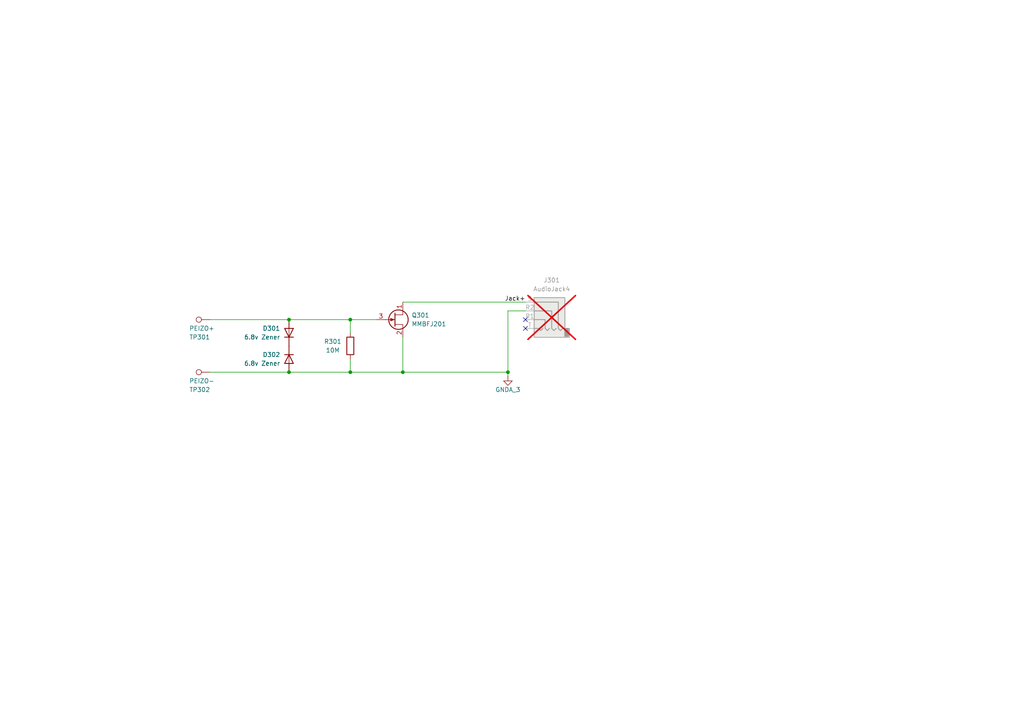
<source format=kicad_sch>
(kicad_sch
	(version 20231120)
	(generator "eeschema")
	(generator_version "8.0")
	(uuid "87f83422-699c-4eb8-a568-15ed15f011e4")
	(paper "A4")
	(title_block
		(title "Hydrophone")
		(date "2025-02-14")
		(rev "1")
		(company "Remus Harris")
	)
	(lib_symbols
		(symbol "Connector:TestPoint"
			(pin_numbers hide)
			(pin_names
				(offset 0.762) hide)
			(exclude_from_sim no)
			(in_bom yes)
			(on_board yes)
			(property "Reference" "TP"
				(at 0 6.858 0)
				(effects
					(font
						(size 1.27 1.27)
					)
				)
			)
			(property "Value" "TestPoint"
				(at 0 5.08 0)
				(effects
					(font
						(size 1.27 1.27)
					)
				)
			)
			(property "Footprint" ""
				(at 5.08 0 0)
				(effects
					(font
						(size 1.27 1.27)
					)
					(hide yes)
				)
			)
			(property "Datasheet" "~"
				(at 5.08 0 0)
				(effects
					(font
						(size 1.27 1.27)
					)
					(hide yes)
				)
			)
			(property "Description" "test point"
				(at 0 0 0)
				(effects
					(font
						(size 1.27 1.27)
					)
					(hide yes)
				)
			)
			(property "ki_keywords" "test point tp"
				(at 0 0 0)
				(effects
					(font
						(size 1.27 1.27)
					)
					(hide yes)
				)
			)
			(property "ki_fp_filters" "Pin* Test*"
				(at 0 0 0)
				(effects
					(font
						(size 1.27 1.27)
					)
					(hide yes)
				)
			)
			(symbol "TestPoint_0_1"
				(circle
					(center 0 3.302)
					(radius 0.762)
					(stroke
						(width 0)
						(type default)
					)
					(fill
						(type none)
					)
				)
			)
			(symbol "TestPoint_1_1"
				(pin passive line
					(at 0 0 90)
					(length 2.54)
					(name "1"
						(effects
							(font
								(size 1.27 1.27)
							)
						)
					)
					(number "1"
						(effects
							(font
								(size 1.27 1.27)
							)
						)
					)
				)
			)
		)
		(symbol "Connector_Audio:AudioJack4"
			(exclude_from_sim no)
			(in_bom yes)
			(on_board yes)
			(property "Reference" "J"
				(at 0 8.89 0)
				(effects
					(font
						(size 1.27 1.27)
					)
				)
			)
			(property "Value" "AudioJack4"
				(at 0 6.35 0)
				(effects
					(font
						(size 1.27 1.27)
					)
				)
			)
			(property "Footprint" ""
				(at 0 0 0)
				(effects
					(font
						(size 1.27 1.27)
					)
					(hide yes)
				)
			)
			(property "Datasheet" "~"
				(at 0 0 0)
				(effects
					(font
						(size 1.27 1.27)
					)
					(hide yes)
				)
			)
			(property "Description" "Audio Jack, 4 Poles (TRRS)"
				(at 0 0 0)
				(effects
					(font
						(size 1.27 1.27)
					)
					(hide yes)
				)
			)
			(property "ki_keywords" "audio jack receptacle stereo headphones TRRS connector"
				(at 0 0 0)
				(effects
					(font
						(size 1.27 1.27)
					)
					(hide yes)
				)
			)
			(property "ki_fp_filters" "Jack*"
				(at 0 0 0)
				(effects
					(font
						(size 1.27 1.27)
					)
					(hide yes)
				)
			)
			(symbol "AudioJack4_0_1"
				(rectangle
					(start -6.35 -5.08)
					(end -7.62 -7.62)
					(stroke
						(width 0.254)
						(type default)
					)
					(fill
						(type outline)
					)
				)
				(polyline
					(pts
						(xy 0 -5.08) (xy 0.635 -5.715) (xy 1.27 -5.08) (xy 2.54 -5.08)
					)
					(stroke
						(width 0.254)
						(type default)
					)
					(fill
						(type none)
					)
				)
				(polyline
					(pts
						(xy -5.715 -5.08) (xy -5.08 -5.715) (xy -4.445 -5.08) (xy -4.445 2.54) (xy 2.54 2.54)
					)
					(stroke
						(width 0.254)
						(type default)
					)
					(fill
						(type none)
					)
				)
				(polyline
					(pts
						(xy -1.905 -5.08) (xy -1.27 -5.715) (xy -0.635 -5.08) (xy -0.635 -2.54) (xy 2.54 -2.54)
					)
					(stroke
						(width 0.254)
						(type default)
					)
					(fill
						(type none)
					)
				)
				(polyline
					(pts
						(xy 2.54 0) (xy -2.54 0) (xy -2.54 -5.08) (xy -3.175 -5.715) (xy -3.81 -5.08)
					)
					(stroke
						(width 0.254)
						(type default)
					)
					(fill
						(type none)
					)
				)
				(rectangle
					(start 2.54 3.81)
					(end -6.35 -7.62)
					(stroke
						(width 0.254)
						(type default)
					)
					(fill
						(type background)
					)
				)
			)
			(symbol "AudioJack4_1_1"
				(pin passive line
					(at 5.08 -2.54 180)
					(length 2.54)
					(name "~"
						(effects
							(font
								(size 1.27 1.27)
							)
						)
					)
					(number "R1"
						(effects
							(font
								(size 1.27 1.27)
							)
						)
					)
				)
				(pin passive line
					(at 5.08 0 180)
					(length 2.54)
					(name "~"
						(effects
							(font
								(size 1.27 1.27)
							)
						)
					)
					(number "R2"
						(effects
							(font
								(size 1.27 1.27)
							)
						)
					)
				)
				(pin passive line
					(at 5.08 2.54 180)
					(length 2.54)
					(name "~"
						(effects
							(font
								(size 1.27 1.27)
							)
						)
					)
					(number "S"
						(effects
							(font
								(size 1.27 1.27)
							)
						)
					)
				)
				(pin passive line
					(at 5.08 -5.08 180)
					(length 2.54)
					(name "~"
						(effects
							(font
								(size 1.27 1.27)
							)
						)
					)
					(number "T"
						(effects
							(font
								(size 1.27 1.27)
							)
						)
					)
				)
			)
		)
		(symbol "Device:D"
			(pin_numbers hide)
			(pin_names
				(offset 1.016) hide)
			(exclude_from_sim no)
			(in_bom yes)
			(on_board yes)
			(property "Reference" "D"
				(at 0 2.54 0)
				(effects
					(font
						(size 1.27 1.27)
					)
				)
			)
			(property "Value" "D"
				(at 0 -2.54 0)
				(effects
					(font
						(size 1.27 1.27)
					)
				)
			)
			(property "Footprint" ""
				(at 0 0 0)
				(effects
					(font
						(size 1.27 1.27)
					)
					(hide yes)
				)
			)
			(property "Datasheet" "~"
				(at 0 0 0)
				(effects
					(font
						(size 1.27 1.27)
					)
					(hide yes)
				)
			)
			(property "Description" "Diode"
				(at 0 0 0)
				(effects
					(font
						(size 1.27 1.27)
					)
					(hide yes)
				)
			)
			(property "Sim.Device" "D"
				(at 0 0 0)
				(effects
					(font
						(size 1.27 1.27)
					)
					(hide yes)
				)
			)
			(property "Sim.Pins" "1=K 2=A"
				(at 0 0 0)
				(effects
					(font
						(size 1.27 1.27)
					)
					(hide yes)
				)
			)
			(property "ki_keywords" "diode"
				(at 0 0 0)
				(effects
					(font
						(size 1.27 1.27)
					)
					(hide yes)
				)
			)
			(property "ki_fp_filters" "TO-???* *_Diode_* *SingleDiode* D_*"
				(at 0 0 0)
				(effects
					(font
						(size 1.27 1.27)
					)
					(hide yes)
				)
			)
			(symbol "D_0_1"
				(polyline
					(pts
						(xy -1.27 1.27) (xy -1.27 -1.27)
					)
					(stroke
						(width 0.254)
						(type default)
					)
					(fill
						(type none)
					)
				)
				(polyline
					(pts
						(xy 1.27 0) (xy -1.27 0)
					)
					(stroke
						(width 0)
						(type default)
					)
					(fill
						(type none)
					)
				)
				(polyline
					(pts
						(xy 1.27 1.27) (xy 1.27 -1.27) (xy -1.27 0) (xy 1.27 1.27)
					)
					(stroke
						(width 0.254)
						(type default)
					)
					(fill
						(type none)
					)
				)
			)
			(symbol "D_1_1"
				(pin passive line
					(at -3.81 0 0)
					(length 2.54)
					(name "K"
						(effects
							(font
								(size 1.27 1.27)
							)
						)
					)
					(number "1"
						(effects
							(font
								(size 1.27 1.27)
							)
						)
					)
				)
				(pin passive line
					(at 3.81 0 180)
					(length 2.54)
					(name "A"
						(effects
							(font
								(size 1.27 1.27)
							)
						)
					)
					(number "2"
						(effects
							(font
								(size 1.27 1.27)
							)
						)
					)
				)
			)
		)
		(symbol "Device:R"
			(pin_numbers hide)
			(pin_names
				(offset 0)
			)
			(exclude_from_sim no)
			(in_bom yes)
			(on_board yes)
			(property "Reference" "R"
				(at 2.032 0 90)
				(effects
					(font
						(size 1.27 1.27)
					)
				)
			)
			(property "Value" "R"
				(at 0 0 90)
				(effects
					(font
						(size 1.27 1.27)
					)
				)
			)
			(property "Footprint" ""
				(at -1.778 0 90)
				(effects
					(font
						(size 1.27 1.27)
					)
					(hide yes)
				)
			)
			(property "Datasheet" "~"
				(at 0 0 0)
				(effects
					(font
						(size 1.27 1.27)
					)
					(hide yes)
				)
			)
			(property "Description" "Resistor"
				(at 0 0 0)
				(effects
					(font
						(size 1.27 1.27)
					)
					(hide yes)
				)
			)
			(property "ki_keywords" "R res resistor"
				(at 0 0 0)
				(effects
					(font
						(size 1.27 1.27)
					)
					(hide yes)
				)
			)
			(property "ki_fp_filters" "R_*"
				(at 0 0 0)
				(effects
					(font
						(size 1.27 1.27)
					)
					(hide yes)
				)
			)
			(symbol "R_0_1"
				(rectangle
					(start -1.016 -2.54)
					(end 1.016 2.54)
					(stroke
						(width 0.254)
						(type default)
					)
					(fill
						(type none)
					)
				)
			)
			(symbol "R_1_1"
				(pin passive line
					(at 0 3.81 270)
					(length 1.27)
					(name "~"
						(effects
							(font
								(size 1.27 1.27)
							)
						)
					)
					(number "1"
						(effects
							(font
								(size 1.27 1.27)
							)
						)
					)
				)
				(pin passive line
					(at 0 -3.81 90)
					(length 1.27)
					(name "~"
						(effects
							(font
								(size 1.27 1.27)
							)
						)
					)
					(number "2"
						(effects
							(font
								(size 1.27 1.27)
							)
						)
					)
				)
			)
		)
		(symbol "Transistor_FET:MMBFJ113"
			(pin_names hide)
			(exclude_from_sim no)
			(in_bom yes)
			(on_board yes)
			(property "Reference" "Q"
				(at 5.08 1.905 0)
				(effects
					(font
						(size 1.27 1.27)
					)
					(justify left)
				)
			)
			(property "Value" "MMBFJ113"
				(at 5.08 0 0)
				(effects
					(font
						(size 1.27 1.27)
					)
					(justify left)
				)
			)
			(property "Footprint" "Package_TO_SOT_SMD:SOT-23"
				(at 5.08 -1.905 0)
				(effects
					(font
						(size 1.27 1.27)
						(italic yes)
					)
					(justify left)
					(hide yes)
				)
			)
			(property "Datasheet" "https://www.onsemi.com/pub/Collateral/MMBFJ113-D.PDF"
				(at 5.08 -3.81 0)
				(effects
					(font
						(size 1.27 1.27)
					)
					(justify left)
					(hide yes)
				)
			)
			(property "Description" "2mA min, 35V, 100mOhm max, 0.5-3V Vgs(off), N-Channel JFET, SOT-23"
				(at 0 0 0)
				(effects
					(font
						(size 1.27 1.27)
					)
					(hide yes)
				)
			)
			(property "ki_keywords" "N-Channel FET Transistor"
				(at 0 0 0)
				(effects
					(font
						(size 1.27 1.27)
					)
					(hide yes)
				)
			)
			(property "ki_fp_filters" "SOT?23*"
				(at 0 0 0)
				(effects
					(font
						(size 1.27 1.27)
					)
					(hide yes)
				)
			)
			(symbol "MMBFJ113_0_1"
				(polyline
					(pts
						(xy 0.254 0) (xy -2.54 0)
					)
					(stroke
						(width 0)
						(type default)
					)
					(fill
						(type none)
					)
				)
				(polyline
					(pts
						(xy 0.254 1.905) (xy 0.254 -1.905)
					)
					(stroke
						(width 0.254)
						(type default)
					)
					(fill
						(type none)
					)
				)
				(polyline
					(pts
						(xy 2.54 -2.54) (xy 2.54 -1.397) (xy 0.254 -1.397)
					)
					(stroke
						(width 0)
						(type default)
					)
					(fill
						(type none)
					)
				)
				(polyline
					(pts
						(xy 2.54 2.54) (xy 2.54 1.397) (xy 0.254 1.397)
					)
					(stroke
						(width 0)
						(type default)
					)
					(fill
						(type none)
					)
				)
				(polyline
					(pts
						(xy 0 0) (xy -1.016 0.381) (xy -1.016 -0.381) (xy 0 0)
					)
					(stroke
						(width 0)
						(type default)
					)
					(fill
						(type outline)
					)
				)
				(circle
					(center 1.27 0)
					(radius 2.8194)
					(stroke
						(width 0.254)
						(type default)
					)
					(fill
						(type none)
					)
				)
			)
			(symbol "MMBFJ113_1_1"
				(pin passive line
					(at 2.54 5.08 270)
					(length 2.54)
					(name "D"
						(effects
							(font
								(size 1.27 1.27)
							)
						)
					)
					(number "1"
						(effects
							(font
								(size 1.27 1.27)
							)
						)
					)
				)
				(pin passive line
					(at 2.54 -5.08 90)
					(length 2.54)
					(name "S"
						(effects
							(font
								(size 1.27 1.27)
							)
						)
					)
					(number "2"
						(effects
							(font
								(size 1.27 1.27)
							)
						)
					)
				)
				(pin input line
					(at -5.08 0 0)
					(length 2.54)
					(name "G"
						(effects
							(font
								(size 1.27 1.27)
							)
						)
					)
					(number "3"
						(effects
							(font
								(size 1.27 1.27)
							)
						)
					)
				)
			)
		)
		(symbol "power:GNDA"
			(power)
			(pin_numbers hide)
			(pin_names
				(offset 0) hide)
			(exclude_from_sim no)
			(in_bom yes)
			(on_board yes)
			(property "Reference" "#PWR"
				(at 0 -6.35 0)
				(effects
					(font
						(size 1.27 1.27)
					)
					(hide yes)
				)
			)
			(property "Value" "GNDA"
				(at 0 -3.81 0)
				(effects
					(font
						(size 1.27 1.27)
					)
				)
			)
			(property "Footprint" ""
				(at 0 0 0)
				(effects
					(font
						(size 1.27 1.27)
					)
					(hide yes)
				)
			)
			(property "Datasheet" ""
				(at 0 0 0)
				(effects
					(font
						(size 1.27 1.27)
					)
					(hide yes)
				)
			)
			(property "Description" "Power symbol creates a global label with name \"GNDA\" , analog ground"
				(at 0 0 0)
				(effects
					(font
						(size 1.27 1.27)
					)
					(hide yes)
				)
			)
			(property "ki_keywords" "global power"
				(at 0 0 0)
				(effects
					(font
						(size 1.27 1.27)
					)
					(hide yes)
				)
			)
			(symbol "GNDA_0_1"
				(polyline
					(pts
						(xy 0 0) (xy 0 -1.27) (xy 1.27 -1.27) (xy 0 -2.54) (xy -1.27 -1.27) (xy 0 -1.27)
					)
					(stroke
						(width 0)
						(type default)
					)
					(fill
						(type none)
					)
				)
			)
			(symbol "GNDA_1_1"
				(pin power_in line
					(at 0 0 270)
					(length 0)
					(name "~"
						(effects
							(font
								(size 1.27 1.27)
							)
						)
					)
					(number "1"
						(effects
							(font
								(size 1.27 1.27)
							)
						)
					)
				)
			)
		)
	)
	(junction
		(at 147.32 107.95)
		(diameter 0)
		(color 0 0 0 0)
		(uuid "05d24a7c-6af6-4d89-973f-156d8d43cd08")
	)
	(junction
		(at 101.6 92.71)
		(diameter 0)
		(color 0 0 0 0)
		(uuid "470056ba-a8d6-4b83-a4ab-802fae39d6af")
	)
	(junction
		(at 83.82 107.95)
		(diameter 0)
		(color 0 0 0 0)
		(uuid "563d1c19-ec27-41ea-bcbb-6d7fd4a53004")
	)
	(junction
		(at 83.82 92.71)
		(diameter 0)
		(color 0 0 0 0)
		(uuid "62a3b279-646a-4c78-a2b6-35085a05b177")
	)
	(junction
		(at 116.84 107.95)
		(diameter 0)
		(color 0 0 0 0)
		(uuid "b62040f8-06a3-4c22-a48b-0970636c0d65")
	)
	(junction
		(at 101.6 107.95)
		(diameter 0)
		(color 0 0 0 0)
		(uuid "bca37a02-1860-4c7a-90d9-51ce15a82a13")
	)
	(no_connect
		(at 152.4 92.71)
		(uuid "19d7caee-4624-4f78-be91-83e46a2b6080")
	)
	(no_connect
		(at 152.4 95.25)
		(uuid "20a84649-dc36-487a-a7d8-2abc0ebf1e1a")
	)
	(wire
		(pts
			(xy 83.82 107.95) (xy 101.6 107.95)
		)
		(stroke
			(width 0)
			(type default)
		)
		(uuid "0673b3cb-925a-4c82-b281-6b39dd9848e0")
	)
	(wire
		(pts
			(xy 83.82 92.71) (xy 101.6 92.71)
		)
		(stroke
			(width 0)
			(type default)
		)
		(uuid "1c2824b0-5533-4ba7-8374-7e926893ffa2")
	)
	(wire
		(pts
			(xy 101.6 107.95) (xy 101.6 104.14)
		)
		(stroke
			(width 0)
			(type default)
		)
		(uuid "1cb16e2b-0379-4a79-ae8f-9f4cf63c3a5a")
	)
	(wire
		(pts
			(xy 116.84 87.63) (xy 152.4 87.63)
		)
		(stroke
			(width 0)
			(type default)
		)
		(uuid "49eba760-83cb-442e-ac39-ab4fab977da6")
	)
	(wire
		(pts
			(xy 101.6 96.52) (xy 101.6 92.71)
		)
		(stroke
			(width 0)
			(type default)
		)
		(uuid "6209b336-d0fa-4490-a965-a1d7d3180d60")
	)
	(wire
		(pts
			(xy 116.84 97.79) (xy 116.84 107.95)
		)
		(stroke
			(width 0)
			(type default)
		)
		(uuid "88d877f7-6f70-4af1-99a6-0aa327a89abd")
	)
	(wire
		(pts
			(xy 101.6 92.71) (xy 109.22 92.71)
		)
		(stroke
			(width 0)
			(type default)
		)
		(uuid "a936ee7a-665f-4b52-bec3-65d0ea85f804")
	)
	(wire
		(pts
			(xy 60.96 92.71) (xy 83.82 92.71)
		)
		(stroke
			(width 0)
			(type default)
		)
		(uuid "b660bd57-a551-4773-baf6-dd3d2b8be329")
	)
	(wire
		(pts
			(xy 147.32 90.17) (xy 147.32 107.95)
		)
		(stroke
			(width 0)
			(type default)
		)
		(uuid "b7da1cf0-8d97-45d4-b477-ed56f0d338fc")
	)
	(wire
		(pts
			(xy 147.32 109.22) (xy 147.32 107.95)
		)
		(stroke
			(width 0)
			(type default)
		)
		(uuid "c1076da4-d329-4fae-bf58-1389e3674794")
	)
	(wire
		(pts
			(xy 147.32 90.17) (xy 152.4 90.17)
		)
		(stroke
			(width 0)
			(type default)
		)
		(uuid "d30a408c-2b98-4f1c-aab2-a3fcbdaded56")
	)
	(wire
		(pts
			(xy 60.96 107.95) (xy 83.82 107.95)
		)
		(stroke
			(width 0)
			(type default)
		)
		(uuid "dfade533-3bb1-41d2-9ff7-e2c5a95b557a")
	)
	(wire
		(pts
			(xy 116.84 107.95) (xy 147.32 107.95)
		)
		(stroke
			(width 0)
			(type default)
		)
		(uuid "e60e352c-2fe2-4f14-a0a7-18bc9df22f4e")
	)
	(wire
		(pts
			(xy 116.84 107.95) (xy 101.6 107.95)
		)
		(stroke
			(width 0)
			(type default)
		)
		(uuid "ef73f399-2b4a-4cd1-bf65-d2a307db1434")
	)
	(label "Jack+"
		(at 152.4 87.63 180)
		(effects
			(font
				(size 1.27 1.27)
			)
			(justify right bottom)
		)
		(uuid "96a68160-6f5b-41ca-9892-e520863c7a87")
	)
	(symbol
		(lib_id "Connector_Audio:AudioJack4")
		(at 157.48 90.17 0)
		(mirror y)
		(unit 1)
		(exclude_from_sim no)
		(in_bom yes)
		(on_board yes)
		(dnp yes)
		(fields_autoplaced yes)
		(uuid "1a006ee1-7ab7-4e64-9765-2272b65e2993")
		(property "Reference" "J301"
			(at 160.02 81.28 0)
			(effects
				(font
					(size 1.27 1.27)
				)
			)
		)
		(property "Value" "AudioJack4"
			(at 160.02 83.82 0)
			(effects
				(font
					(size 1.27 1.27)
				)
			)
		)
		(property "Footprint" "Connector_Audio:Jack_3.5mm_PJ320D_Horizontal"
			(at 157.48 90.17 0)
			(effects
				(font
					(size 1.27 1.27)
				)
				(hide yes)
			)
		)
		(property "Datasheet" "~"
			(at 157.48 90.17 0)
			(effects
				(font
					(size 1.27 1.27)
				)
				(hide yes)
			)
		)
		(property "Description" "Audio Jack, 4 Poles (TRRS)"
			(at 157.48 90.17 0)
			(effects
				(font
					(size 1.27 1.27)
				)
				(hide yes)
			)
		)
		(property "JLCPCB Part#" ""
			(at 157.48 90.17 0)
			(effects
				(font
					(size 1.27 1.27)
				)
				(hide yes)
			)
		)
		(pin "T"
			(uuid "19179bce-024e-465e-bd40-25063c8c23c5")
		)
		(pin "S"
			(uuid "3dccb1f5-3f92-447b-84fc-84f6d0f61f81")
		)
		(pin "R2"
			(uuid "f901440d-04bf-4001-8ba4-35df9849d667")
		)
		(pin "R1"
			(uuid "bf355adf-497d-4408-8a78-b9cd62e3885a")
		)
		(instances
			(project "Hydrophone"
				(path "/a7849e68-0fff-42fa-bbad-d24a7d586f8d/5486ed45-2bbf-4c12-b00b-adde442ee4c6"
					(reference "J301")
					(unit 1)
				)
			)
		)
	)
	(symbol
		(lib_id "Transistor_FET:MMBFJ113")
		(at 114.3 92.71 0)
		(unit 1)
		(exclude_from_sim no)
		(in_bom yes)
		(on_board yes)
		(dnp no)
		(fields_autoplaced yes)
		(uuid "205d8c34-adc8-4de9-a484-a40d5bd9cda7")
		(property "Reference" "Q301"
			(at 119.38 91.4399 0)
			(effects
				(font
					(size 1.27 1.27)
				)
				(justify left)
			)
		)
		(property "Value" "MMBFJ201"
			(at 119.38 93.9799 0)
			(effects
				(font
					(size 1.27 1.27)
				)
				(justify left)
			)
		)
		(property "Footprint" "Package_TO_SOT_SMD:SOT-23"
			(at 119.38 94.615 0)
			(effects
				(font
					(size 1.27 1.27)
					(italic yes)
				)
				(justify left)
				(hide yes)
			)
		)
		(property "Datasheet" "https://www.lcsc.com/datasheet/lcsc_datasheet_2011301808_onsemi-MMBFJ201_C891687.pdf"
			(at 119.38 96.52 0)
			(effects
				(font
					(size 1.27 1.27)
				)
				(justify left)
				(hide yes)
			)
		)
		(property "Description" "350mW 200uA@20V N-channel 40V SOT-23-3L JFETs ROHS"
			(at 114.3 92.71 0)
			(effects
				(font
					(size 1.27 1.27)
				)
				(hide yes)
			)
		)
		(property "Part Number" "MMBFJ201"
			(at 114.3 92.71 0)
			(effects
				(font
					(size 1.27 1.27)
				)
				(hide yes)
			)
		)
		(property "JLCPCB Part#" "C891687"
			(at 114.3 92.71 0)
			(effects
				(font
					(size 1.27 1.27)
				)
				(hide yes)
			)
		)
		(pin "1"
			(uuid "906fe4d5-2b3d-4c2c-81c9-bb18b80513c3")
		)
		(pin "3"
			(uuid "53e2082b-8be2-447b-893c-9ccf2bd29077")
		)
		(pin "2"
			(uuid "2052d6c2-f332-4ccd-b89f-0a37796bdf98")
		)
		(instances
			(project ""
				(path "/a7849e68-0fff-42fa-bbad-d24a7d586f8d/5486ed45-2bbf-4c12-b00b-adde442ee4c6"
					(reference "Q301")
					(unit 1)
				)
			)
		)
	)
	(symbol
		(lib_id "Device:R")
		(at 101.6 100.33 0)
		(unit 1)
		(exclude_from_sim no)
		(in_bom yes)
		(on_board yes)
		(dnp no)
		(uuid "29ae83f6-b34c-4484-acb0-baa60dd8b381")
		(property "Reference" "R301"
			(at 96.52 99.06 0)
			(effects
				(font
					(size 1.27 1.27)
				)
			)
		)
		(property "Value" "10M"
			(at 96.52 101.6 0)
			(effects
				(font
					(size 1.27 1.27)
				)
			)
		)
		(property "Footprint" "Resistor_SMD:R_0402_1005Metric"
			(at 99.822 100.33 90)
			(effects
				(font
					(size 1.27 1.27)
				)
				(hide yes)
			)
		)
		(property "Datasheet" "~"
			(at 101.6 100.33 0)
			(effects
				(font
					(size 1.27 1.27)
				)
				(hide yes)
			)
		)
		(property "Description" "Resistor"
			(at 101.6 100.33 0)
			(effects
				(font
					(size 1.27 1.27)
				)
				(hide yes)
			)
		)
		(property "Part Number" "0402WGF1005TCE"
			(at 101.6 100.33 0)
			(effects
				(font
					(size 1.27 1.27)
				)
				(hide yes)
			)
		)
		(property "JLCPCB Part#" "C26082"
			(at 101.6 100.33 0)
			(effects
				(font
					(size 1.27 1.27)
				)
				(hide yes)
			)
		)
		(pin "2"
			(uuid "54c102e8-e96b-42c9-a67f-51a44189c022")
		)
		(pin "1"
			(uuid "5ffbe521-09bf-43d5-ab0d-bf1998b00175")
		)
		(instances
			(project "Hydrophone"
				(path "/a7849e68-0fff-42fa-bbad-d24a7d586f8d/5486ed45-2bbf-4c12-b00b-adde442ee4c6"
					(reference "R301")
					(unit 1)
				)
			)
		)
	)
	(symbol
		(lib_id "Device:D")
		(at 83.82 104.14 90)
		(mirror x)
		(unit 1)
		(exclude_from_sim no)
		(in_bom yes)
		(on_board yes)
		(dnp no)
		(uuid "439d0d59-1eda-44fe-88e4-78ffb7c2b1c5")
		(property "Reference" "D302"
			(at 81.28 102.8699 90)
			(effects
				(font
					(size 1.27 1.27)
				)
				(justify left)
			)
		)
		(property "Value" "6.8v Zener"
			(at 81.28 105.4099 90)
			(effects
				(font
					(size 1.27 1.27)
				)
				(justify left)
			)
		)
		(property "Footprint" "Diode_SMD:D_SOD-123"
			(at 83.82 104.14 0)
			(effects
				(font
					(size 1.27 1.27)
				)
				(hide yes)
			)
		)
		(property "Datasheet" "~"
			(at 83.82 104.14 0)
			(effects
				(font
					(size 1.27 1.27)
				)
				(hide yes)
			)
		)
		(property "Description" "Diode"
			(at 83.82 104.14 0)
			(effects
				(font
					(size 1.27 1.27)
				)
				(hide yes)
			)
		)
		(property "Sim.Device" "D"
			(at 83.82 104.14 0)
			(effects
				(font
					(size 1.27 1.27)
				)
				(hide yes)
			)
		)
		(property "Sim.Pins" "1=K 2=A"
			(at 83.82 104.14 0)
			(effects
				(font
					(size 1.27 1.27)
				)
				(hide yes)
			)
		)
		(property "Part Number" "BZT52C6V8"
			(at 83.82 104.14 0)
			(effects
				(font
					(size 1.27 1.27)
				)
				(hide yes)
			)
		)
		(property "JLCPCB Part#" "C2120"
			(at 83.82 104.14 0)
			(effects
				(font
					(size 1.27 1.27)
				)
				(hide yes)
			)
		)
		(pin "1"
			(uuid "69e33349-1307-4e85-88a3-e600ad2ca797")
		)
		(pin "2"
			(uuid "ed04ae04-7150-4a42-811c-539f2497613b")
		)
		(instances
			(project "Hydrophone"
				(path "/a7849e68-0fff-42fa-bbad-d24a7d586f8d/5486ed45-2bbf-4c12-b00b-adde442ee4c6"
					(reference "D302")
					(unit 1)
				)
			)
		)
	)
	(symbol
		(lib_id "Connector:TestPoint")
		(at 60.96 107.95 90)
		(unit 1)
		(exclude_from_sim no)
		(in_bom yes)
		(on_board yes)
		(dnp no)
		(uuid "775396df-e626-4a0d-9fe3-9618cb0aab44")
		(property "Reference" "TP302"
			(at 60.96 113.03 90)
			(effects
				(font
					(size 1.27 1.27)
				)
				(justify left)
			)
		)
		(property "Value" "PEIZO-"
			(at 62.23 110.49 90)
			(effects
				(font
					(size 1.27 1.27)
				)
				(justify left)
			)
		)
		(property "Footprint" "TestPoint:TestPoint_Pad_D1.0mm"
			(at 60.96 102.87 0)
			(effects
				(font
					(size 1.27 1.27)
				)
				(hide yes)
			)
		)
		(property "Datasheet" "~"
			(at 60.96 102.87 0)
			(effects
				(font
					(size 1.27 1.27)
				)
				(hide yes)
			)
		)
		(property "Description" "test point"
			(at 60.96 107.95 0)
			(effects
				(font
					(size 1.27 1.27)
				)
				(hide yes)
			)
		)
		(property "Part Number" "---"
			(at 60.96 107.95 0)
			(effects
				(font
					(size 1.27 1.27)
				)
				(hide yes)
			)
		)
		(property "JLCPCB Part#" ""
			(at 60.96 107.95 0)
			(effects
				(font
					(size 1.27 1.27)
				)
				(hide yes)
			)
		)
		(pin "1"
			(uuid "30f22c8e-a237-45b2-b711-07c958ca8444")
		)
		(instances
			(project "Hydrophone"
				(path "/a7849e68-0fff-42fa-bbad-d24a7d586f8d/5486ed45-2bbf-4c12-b00b-adde442ee4c6"
					(reference "TP302")
					(unit 1)
				)
			)
		)
	)
	(symbol
		(lib_id "Connector:TestPoint")
		(at 60.96 92.71 90)
		(unit 1)
		(exclude_from_sim no)
		(in_bom yes)
		(on_board yes)
		(dnp no)
		(uuid "d595d3cb-809f-41df-bacb-e329f771c962")
		(property "Reference" "TP301"
			(at 60.96 97.79 90)
			(effects
				(font
					(size 1.27 1.27)
				)
				(justify left)
			)
		)
		(property "Value" "PEIZO+"
			(at 62.23 95.25 90)
			(effects
				(font
					(size 1.27 1.27)
				)
				(justify left)
			)
		)
		(property "Footprint" "TestPoint:TestPoint_Pad_D1.0mm"
			(at 60.96 87.63 0)
			(effects
				(font
					(size 1.27 1.27)
				)
				(hide yes)
			)
		)
		(property "Datasheet" "~"
			(at 60.96 87.63 0)
			(effects
				(font
					(size 1.27 1.27)
				)
				(hide yes)
			)
		)
		(property "Description" "test point"
			(at 60.96 92.71 0)
			(effects
				(font
					(size 1.27 1.27)
				)
				(hide yes)
			)
		)
		(property "Part Number" "---"
			(at 60.96 92.71 0)
			(effects
				(font
					(size 1.27 1.27)
				)
				(hide yes)
			)
		)
		(property "JLCPCB Part#" ""
			(at 60.96 92.71 0)
			(effects
				(font
					(size 1.27 1.27)
				)
				(hide yes)
			)
		)
		(pin "1"
			(uuid "1cbeb3f8-1b7d-4cb4-b236-3e19e67eac16")
		)
		(instances
			(project "Hydrophone"
				(path "/a7849e68-0fff-42fa-bbad-d24a7d586f8d/5486ed45-2bbf-4c12-b00b-adde442ee4c6"
					(reference "TP301")
					(unit 1)
				)
			)
		)
	)
	(symbol
		(lib_id "Device:D")
		(at 83.82 96.52 270)
		(mirror x)
		(unit 1)
		(exclude_from_sim no)
		(in_bom yes)
		(on_board yes)
		(dnp no)
		(uuid "e665afce-45cc-4da6-8b42-2258be0cd8e9")
		(property "Reference" "D301"
			(at 81.28 95.2499 90)
			(effects
				(font
					(size 1.27 1.27)
				)
				(justify right)
			)
		)
		(property "Value" "6.8v Zener"
			(at 81.28 97.7899 90)
			(effects
				(font
					(size 1.27 1.27)
				)
				(justify right)
			)
		)
		(property "Footprint" "Diode_SMD:D_SOD-123"
			(at 83.82 96.52 0)
			(effects
				(font
					(size 1.27 1.27)
				)
				(hide yes)
			)
		)
		(property "Datasheet" "~"
			(at 83.82 96.52 0)
			(effects
				(font
					(size 1.27 1.27)
				)
				(hide yes)
			)
		)
		(property "Description" "Diode"
			(at 83.82 96.52 0)
			(effects
				(font
					(size 1.27 1.27)
				)
				(hide yes)
			)
		)
		(property "Sim.Device" "D"
			(at 83.82 96.52 0)
			(effects
				(font
					(size 1.27 1.27)
				)
				(hide yes)
			)
		)
		(property "Sim.Pins" "1=K 2=A"
			(at 83.82 96.52 0)
			(effects
				(font
					(size 1.27 1.27)
				)
				(hide yes)
			)
		)
		(property "Part Number" "BZT52C6V8"
			(at 83.82 96.52 0)
			(effects
				(font
					(size 1.27 1.27)
				)
				(hide yes)
			)
		)
		(property "JLCPCB Part#" "C2120"
			(at 83.82 96.52 0)
			(effects
				(font
					(size 1.27 1.27)
				)
				(hide yes)
			)
		)
		(pin "1"
			(uuid "70cd9b64-d739-44ca-b43e-0a9cf1fb7205")
		)
		(pin "2"
			(uuid "f7cb6c08-35e5-4d2f-a2d2-b00e9d0362b3")
		)
		(instances
			(project "Hydrophone"
				(path "/a7849e68-0fff-42fa-bbad-d24a7d586f8d/5486ed45-2bbf-4c12-b00b-adde442ee4c6"
					(reference "D301")
					(unit 1)
				)
			)
		)
	)
	(symbol
		(lib_id "power:GNDA")
		(at 147.32 109.22 0)
		(mirror y)
		(unit 1)
		(exclude_from_sim no)
		(in_bom yes)
		(on_board yes)
		(dnp no)
		(uuid "ff50e157-30ce-4ea3-8de2-eadddac51331")
		(property "Reference" "#PWR0213"
			(at 147.32 115.57 0)
			(effects
				(font
					(size 1.27 1.27)
				)
				(hide yes)
			)
		)
		(property "Value" "GNDA_3"
			(at 147.32 113.03 0)
			(effects
				(font
					(size 1.27 1.27)
				)
			)
		)
		(property "Footprint" ""
			(at 147.32 109.22 0)
			(effects
				(font
					(size 1.27 1.27)
				)
				(hide yes)
			)
		)
		(property "Datasheet" ""
			(at 147.32 109.22 0)
			(effects
				(font
					(size 1.27 1.27)
				)
				(hide yes)
			)
		)
		(property "Description" "Power symbol creates a global label with name \"GNDA\" , analog ground"
			(at 147.32 109.22 0)
			(effects
				(font
					(size 1.27 1.27)
				)
				(hide yes)
			)
		)
		(pin "1"
			(uuid "78eec051-f314-4279-80f9-d383103331b1")
		)
		(instances
			(project "Hydrophone"
				(path "/a7849e68-0fff-42fa-bbad-d24a7d586f8d/5486ed45-2bbf-4c12-b00b-adde442ee4c6"
					(reference "#PWR0213")
					(unit 1)
				)
			)
		)
	)
)

</source>
